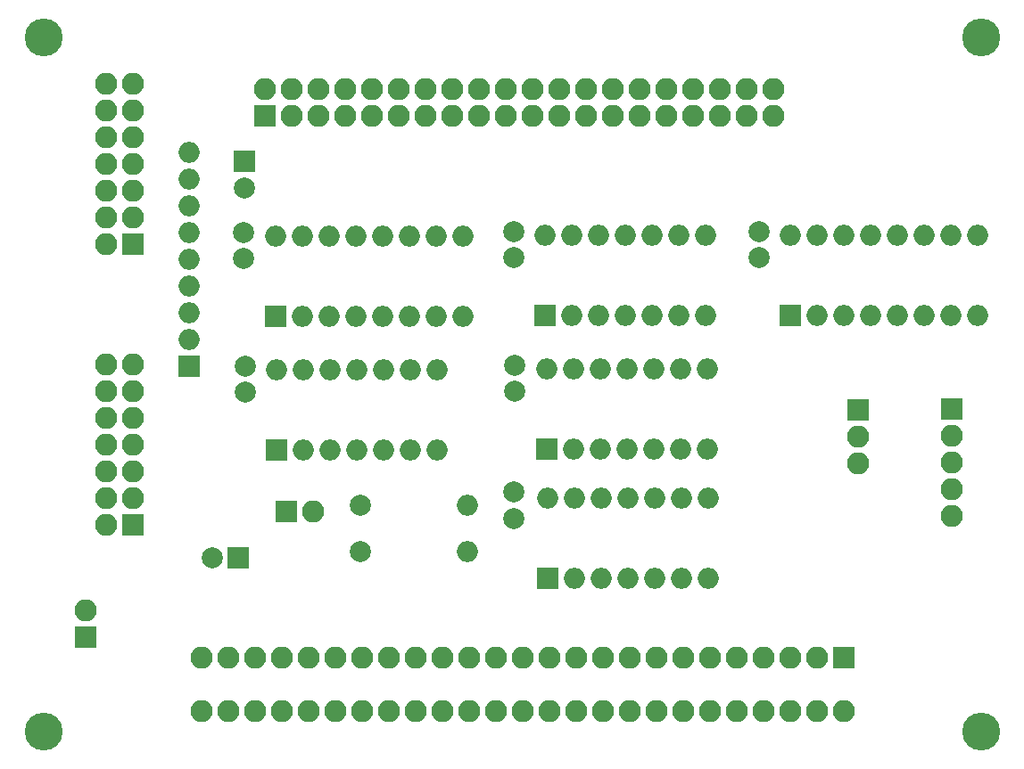
<source format=gts>
G04 #@! TF.GenerationSoftware,KiCad,Pcbnew,(5.1.4-0)*
G04 #@! TF.CreationDate,2019-12-21T12:07:29+09:00*
G04 #@! TF.ProjectId,KZ80-MSXCTRG,4b5a3830-2d4d-4535-9843-5452472e6b69,rev?*
G04 #@! TF.SameCoordinates,Original*
G04 #@! TF.FileFunction,Soldermask,Top*
G04 #@! TF.FilePolarity,Negative*
%FSLAX46Y46*%
G04 Gerber Fmt 4.6, Leading zero omitted, Abs format (unit mm)*
G04 Created by KiCad (PCBNEW (5.1.4-0)) date 2019-12-21 12:07:29*
%MOMM*%
%LPD*%
G04 APERTURE LIST*
%ADD10O,2.000000X2.000000*%
%ADD11R,2.000000X2.000000*%
%ADD12C,2.000000*%
%ADD13O,2.100000X2.100000*%
%ADD14R,2.100000X2.100000*%
%ADD15C,3.600000*%
G04 APERTURE END LIST*
D10*
X170340000Y-126330000D03*
X185580000Y-133950000D03*
X172880000Y-126330000D03*
X183040000Y-133950000D03*
X175420000Y-126330000D03*
X180500000Y-133950000D03*
X177960000Y-126330000D03*
X177960000Y-133950000D03*
X180500000Y-126330000D03*
X175420000Y-133950000D03*
X183040000Y-126330000D03*
X172880000Y-133950000D03*
X185580000Y-126330000D03*
D11*
X170340000Y-133950000D03*
D10*
X162720000Y-131410000D03*
D12*
X152560000Y-131410000D03*
D10*
X162720000Y-126965000D03*
D12*
X152560000Y-126965000D03*
D13*
X148115000Y-127600000D03*
D14*
X145575000Y-127600000D03*
D12*
X167165000Y-125735000D03*
X167165000Y-128235000D03*
D14*
X126500000Y-139500000D03*
D13*
X126500000Y-136960000D03*
D12*
X138500000Y-132000000D03*
D11*
X141000000Y-132000000D03*
X141550000Y-94330000D03*
D12*
X141550000Y-96830000D03*
X167260000Y-116180000D03*
X167260000Y-113680000D03*
X167140000Y-100970000D03*
X167140000Y-103470000D03*
X141630000Y-116250000D03*
X141630000Y-113750000D03*
X190420000Y-100970000D03*
X190420000Y-103470000D03*
X141510000Y-103540000D03*
X141510000Y-101040000D03*
D14*
X198500000Y-141460000D03*
D13*
X198500000Y-146540000D03*
X195960000Y-141460000D03*
X195960000Y-146540000D03*
X193420000Y-141460000D03*
X193420000Y-146540000D03*
X190880000Y-141460000D03*
X190880000Y-146540000D03*
X188340000Y-141460000D03*
X188340000Y-146540000D03*
X185800000Y-141460000D03*
X185800000Y-146540000D03*
X183260000Y-141460000D03*
X183260000Y-146540000D03*
X180720000Y-141460000D03*
X180720000Y-146540000D03*
X178180000Y-141460000D03*
X178180000Y-146540000D03*
X175640000Y-141460000D03*
X175640000Y-146540000D03*
X173100000Y-141460000D03*
X173100000Y-146540000D03*
X170560000Y-141460000D03*
X170560000Y-146540000D03*
X168020000Y-141460000D03*
X168020000Y-146540000D03*
X165480000Y-141460000D03*
X165480000Y-146540000D03*
X162940000Y-141460000D03*
X162940000Y-146540000D03*
X160400000Y-141460000D03*
X160400000Y-146540000D03*
X157860000Y-141460000D03*
X157860000Y-146540000D03*
X155320000Y-141460000D03*
X155320000Y-146540000D03*
X152780000Y-141460000D03*
X152780000Y-146540000D03*
X150240000Y-141460000D03*
X150240000Y-146540000D03*
X147700000Y-141460000D03*
X147700000Y-146540000D03*
X145160000Y-141460000D03*
X145160000Y-146540000D03*
X142620000Y-141460000D03*
X142620000Y-146540000D03*
X140080000Y-141460000D03*
X140080000Y-146540000D03*
X137540000Y-141460000D03*
X137540000Y-146540000D03*
D14*
X199820000Y-117890000D03*
D13*
X199820000Y-120430000D03*
X199820000Y-122970000D03*
D14*
X208720000Y-117840000D03*
D13*
X208720000Y-120380000D03*
X208720000Y-122920000D03*
X208720000Y-125460000D03*
X208720000Y-128000000D03*
X128430000Y-86960000D03*
X130970000Y-86960000D03*
X128430000Y-89500000D03*
X130970000Y-89500000D03*
X128430000Y-92040000D03*
X130970000Y-92040000D03*
X128430000Y-94580000D03*
X130970000Y-94580000D03*
X128430000Y-97120000D03*
X130970000Y-97120000D03*
X128430000Y-99660000D03*
X130970000Y-99660000D03*
X128430000Y-102200000D03*
D14*
X130970000Y-102200000D03*
X130970000Y-128870000D03*
D13*
X128430000Y-128870000D03*
X130970000Y-126330000D03*
X128430000Y-126330000D03*
X130970000Y-123790000D03*
X128430000Y-123790000D03*
X130970000Y-121250000D03*
X128430000Y-121250000D03*
X130970000Y-118710000D03*
X128430000Y-118710000D03*
X130970000Y-116170000D03*
X128430000Y-116170000D03*
X130970000Y-113630000D03*
X128430000Y-113630000D03*
D14*
X143500000Y-90000000D03*
D13*
X143500000Y-87460000D03*
X146040000Y-90000000D03*
X146040000Y-87460000D03*
X148580000Y-90000000D03*
X148580000Y-87460000D03*
X151120000Y-90000000D03*
X151120000Y-87460000D03*
X153660000Y-90000000D03*
X153660000Y-87460000D03*
X156200000Y-90000000D03*
X156200000Y-87460000D03*
X158740000Y-90000000D03*
X158740000Y-87460000D03*
X161280000Y-90000000D03*
X161280000Y-87460000D03*
X163820000Y-90000000D03*
X163820000Y-87460000D03*
X166360000Y-90000000D03*
X166360000Y-87460000D03*
X168900000Y-90000000D03*
X168900000Y-87460000D03*
X171440000Y-90000000D03*
X171440000Y-87460000D03*
X173980000Y-90000000D03*
X173980000Y-87460000D03*
X176520000Y-90000000D03*
X176520000Y-87460000D03*
X179060000Y-90000000D03*
X179060000Y-87460000D03*
X181600000Y-90000000D03*
X181600000Y-87460000D03*
X184140000Y-90000000D03*
X184140000Y-87460000D03*
X186680000Y-90000000D03*
X186680000Y-87460000D03*
X189220000Y-90000000D03*
X189220000Y-87460000D03*
X191760000Y-90000000D03*
X191760000Y-87460000D03*
D15*
X211500000Y-148500000D03*
X122500000Y-148500000D03*
X211500000Y-82500000D03*
X122500000Y-82500000D03*
D11*
X170140000Y-108970000D03*
D10*
X185380000Y-101350000D03*
X172680000Y-108970000D03*
X182840000Y-101350000D03*
X175220000Y-108970000D03*
X180300000Y-101350000D03*
X177760000Y-108970000D03*
X177760000Y-101350000D03*
X180300000Y-108970000D03*
X175220000Y-101350000D03*
X182840000Y-108970000D03*
X172680000Y-101350000D03*
X185380000Y-108970000D03*
X170140000Y-101350000D03*
X170260000Y-114060000D03*
X185500000Y-121680000D03*
X172800000Y-114060000D03*
X182960000Y-121680000D03*
X175340000Y-114060000D03*
X180420000Y-121680000D03*
X177880000Y-114060000D03*
X177880000Y-121680000D03*
X180420000Y-114060000D03*
X175340000Y-121680000D03*
X182960000Y-114060000D03*
X172800000Y-121680000D03*
X185500000Y-114060000D03*
D11*
X170260000Y-121680000D03*
X144630000Y-121750000D03*
D10*
X159870000Y-114130000D03*
X147170000Y-121750000D03*
X157330000Y-114130000D03*
X149710000Y-121750000D03*
X154790000Y-114130000D03*
X152250000Y-121750000D03*
X152250000Y-114130000D03*
X154790000Y-121750000D03*
X149710000Y-114130000D03*
X157330000Y-121750000D03*
X147170000Y-114130000D03*
X159870000Y-121750000D03*
X144630000Y-114130000D03*
X144510000Y-101420000D03*
X162290000Y-109040000D03*
X147050000Y-101420000D03*
X159750000Y-109040000D03*
X149590000Y-101420000D03*
X157210000Y-109040000D03*
X152130000Y-101420000D03*
X154670000Y-109040000D03*
X154670000Y-101420000D03*
X152130000Y-109040000D03*
X157210000Y-101420000D03*
X149590000Y-109040000D03*
X159750000Y-101420000D03*
X147050000Y-109040000D03*
X162290000Y-101420000D03*
D11*
X144510000Y-109040000D03*
X193420000Y-108970000D03*
D10*
X211200000Y-101350000D03*
X195960000Y-108970000D03*
X208660000Y-101350000D03*
X198500000Y-108970000D03*
X206120000Y-101350000D03*
X201040000Y-108970000D03*
X203580000Y-101350000D03*
X203580000Y-108970000D03*
X201040000Y-101350000D03*
X206120000Y-108970000D03*
X198500000Y-101350000D03*
X208660000Y-108970000D03*
X195960000Y-101350000D03*
X211200000Y-108970000D03*
X193420000Y-101350000D03*
D11*
X136370000Y-113790000D03*
D10*
X136370000Y-111250000D03*
X136370000Y-108710000D03*
X136370000Y-106170000D03*
X136370000Y-103630000D03*
X136370000Y-101090000D03*
X136370000Y-98550000D03*
X136370000Y-96010000D03*
X136370000Y-93470000D03*
M02*

</source>
